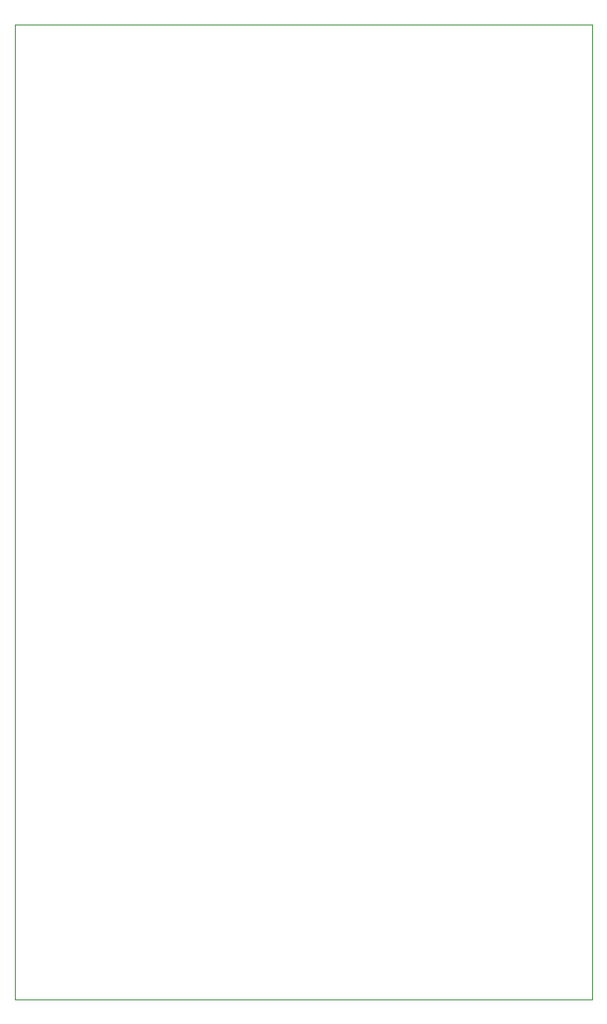
<source format=gbr>
G04 #@! TF.GenerationSoftware,KiCad,Pcbnew,5.1.8+dfsg1-1~bpo10+1*
G04 #@! TF.CreationDate,2020-11-27T20:05:00+01:00*
G04 #@! TF.ProjectId,SeagateST1adapter,53656167-6174-4655-9354-316164617074,1*
G04 #@! TF.SameCoordinates,Original*
G04 #@! TF.FileFunction,Profile,NP*
%FSLAX46Y46*%
G04 Gerber Fmt 4.6, Leading zero omitted, Abs format (unit mm)*
G04 Created by KiCad (PCBNEW 5.1.8+dfsg1-1~bpo10+1) date 2020-11-27 20:05:00*
%MOMM*%
%LPD*%
G01*
G04 APERTURE LIST*
G04 #@! TA.AperFunction,Profile*
%ADD10C,0.050000*%
G04 #@! TD*
G04 APERTURE END LIST*
D10*
X81330800Y-165100000D02*
X81330800Y-70967600D01*
X137160000Y-165100000D02*
X81330800Y-165100000D01*
X137160000Y-70967600D02*
X137160000Y-165100000D01*
X81330800Y-70967600D02*
X137160000Y-70967600D01*
M02*

</source>
